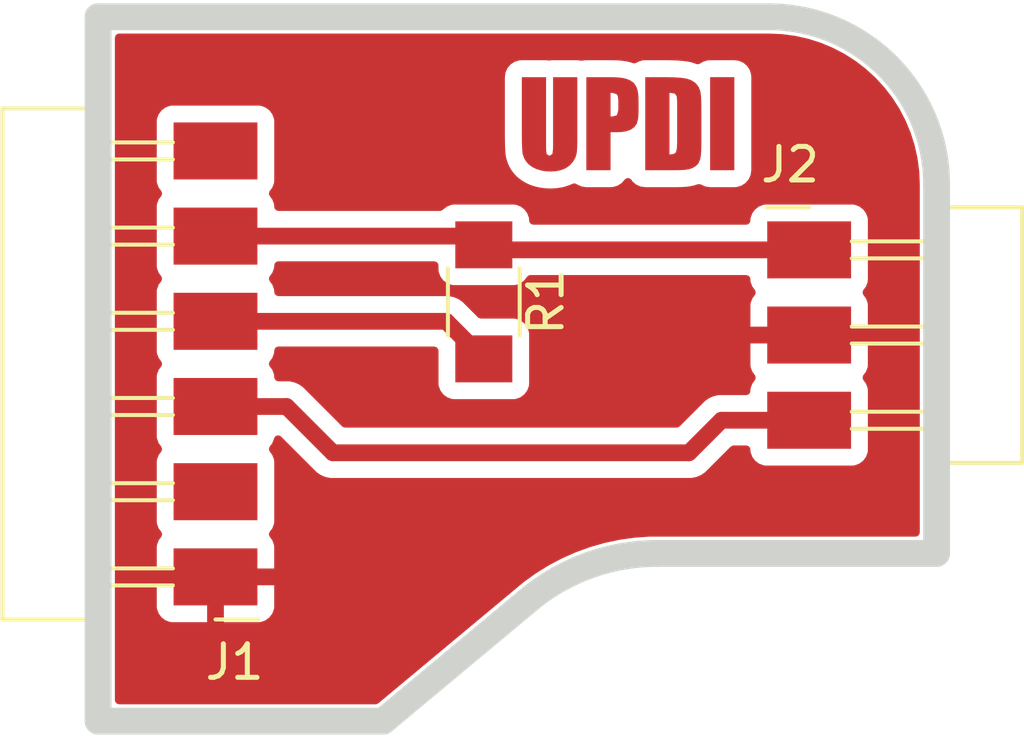
<source format=kicad_pcb>
(kicad_pcb (version 20240108) (generator "pcbnew") (generator_version "8.0")
  (layers (0 "F.Cu" signal) (31 "B.Cu" signal) (34 "B.Paste" user) (35 "F.Paste" user) (36 "B.SilkS" user "B.Silkscreen") (37 "F.SilkS" user "F.Silkscreen") (38 "B.Mask" user) (39 "F.Mask" user) (44 "Edge.Cuts" user))
  (net 0 "")
  (net 1 "GND")
  (net 2 "no2")
  (net 3 "+5V")
  (net 4 "no1")
  (net 5 "Net-(J1-Pin_5)")
  (net 6 "Net-(J1-Pin_4)")
  (footprint "fab:PinHeader_1x06_P2.54mm_Horizontal_SMD" (layer "F.Cu") (at 124.5 160.7 180)
    (property "Reference" "J1" (at -1.524 -2.54 180) (layer "F.SilkS") (effects (justify right)))
    (property "Value" "Conn_PinHeader_1x06_P2.54mm_Horizontal_SMD" (hide yes))
    (fp_line (start 6.35 13.97) (end 3.81 13.97) (stroke (width 0.12)) (layer "F.SilkS"))
    (fp_line (start 6.35 -1.27) (end 6.35 13.97) (stroke (width 0.12)) (layer "F.SilkS"))
    (fp_line (start 3.81 13.97) (end 3.81 -1.27) (stroke (width 0.12)) (layer "F.SilkS"))
    (fp_line (start 3.81 12.954) (end 1.27 12.954) (stroke (width 0.12)) (layer "F.SilkS"))
    (fp_line (start 3.81 12.446) (end 1.27 12.446) (stroke (width 0.12)) (layer "F.SilkS"))
    (fp_line (start 3.81 10.414) (end 1.27 10.414) (stroke (width 0.12)) (layer "F.SilkS"))
    (fp_line (start 3.81 9.906) (end 1.27 9.906) (stroke (width 0.12)) (layer "F.SilkS"))
    (fp_line (start 3.81 7.874) (end 1.27 7.874) (stroke (width 0.12)) (layer "F.SilkS"))
    (fp_line (start 3.81 7.366) (end 1.27 7.366) (stroke (width 0.12)) (layer "F.SilkS"))
    (fp_line (start 3.81 5.334) (end 1.27 5.334) (stroke (width 0.12)) (layer "F.SilkS"))
    (fp_line (start 3.81 4.826) (end 1.27 4.826) (stroke (width 0.12)) (layer "F.SilkS"))
    (fp_line (start 3.81 2.794) (end 1.27 2.794) (stroke (width 0.12)) (layer "F.SilkS"))
    (fp_line (start 3.81 2.286) (end 1.27 2.286) (stroke (width 0.12)) (layer "F.SilkS"))
    (fp_line (start 3.81 0.254) (end 1.27 0.254) (stroke (width 0.12)) (layer "F.SilkS"))
    (fp_line (start 3.81 -0.254) (end 1.27 -0.254) (stroke (width 0.12)) (layer "F.SilkS"))
    (fp_line (start 3.81 -1.27) (end 6.35 -1.27) (stroke (width 0.12)) (layer "F.SilkS"))
    (fp_line (start -1.27 -1.27) (end 0 -1.27) (stroke (width 0.12)) (layer "F.SilkS"))
    (pad "1" smd rect (at 0 0 180) (size 2.5 1.7) (layers "F.Cu" "F.Paste" "F.Mask") (net 1 "GND"))
    (pad "2" smd rect (at 0 2.54 180) (size 2.5 1.7) (layers "F.Cu" "F.Paste" "F.Mask") (net 2 "no2"))
    (pad "3" smd rect (at 0 5.08 180) (size 2.5 1.7) (layers "F.Cu" "F.Paste" "F.Mask") (net 3 "+5V"))
    (pad "4" smd rect (at 0 7.62 180) (size 2.5 1.7) (layers "F.Cu" "F.Paste" "F.Mask") (net 6 "Net-(J1-Pin_4)"))
    (pad "5" smd rect (at 0 10.16 180) (size 2.5 1.7) (layers "F.Cu" "F.Paste" "F.Mask") (net 5 "Net-(J1-Pin_5)"))
    (pad "6" smd rect (at 0 12.7 180) (size 2.5 1.7) (layers "F.Cu" "F.Paste" "F.Mask") (net 4 "no1"))
  )
  (footprint "fab:PinHeader_1x03_P2.54mm_Horizontal_SMD" (layer "F.Cu") (at 142.2 150.95)
    (property "Reference" "J2" (at -1.524 -2.54 180) (layer "F.SilkS") (effects (justify left)))
    (property "Value" "Conn_PinHeader_1x03_P2.54mm_Horizontal_SMD" (hide yes))
    (fp_line (start -1.27 -1.27) (end 0 -1.27) (stroke (width 0.12)) (layer "F.SilkS"))
    (fp_line (start 3.81 -1.27) (end 6.35 -1.27) (stroke (width 0.12)) (layer "F.SilkS"))
    (fp_line (start 3.81 -0.254) (end 1.27 -0.254) (stroke (width 0.12)) (layer "F.SilkS"))
    (fp_line (start 3.81 0.254) (end 1.27 0.254) (stroke (width 0.12)) (layer "F.SilkS"))
    (fp_line (start 3.81 2.286) (end 1.27 2.286) (stroke (width 0.12)) (layer "F.SilkS"))
    (fp_line (start 3.81 2.794) (end 1.27 2.794) (stroke (width 0.12)) (layer "F.SilkS"))
    (fp_line (start 3.81 4.826) (end 1.27 4.826) (stroke (width 0.12)) (layer "F.SilkS"))
    (fp_line (start 3.81 5.334) (end 1.27 5.334) (stroke (width 0.12)) (layer "F.SilkS"))
    (fp_line (start 3.81 6.35) (end 3.81 -1.27) (stroke (width 0.12)) (layer "F.SilkS"))
    (fp_line (start 6.35 -1.27) (end 6.35 6.35) (stroke (width 0.12)) (layer "F.SilkS"))
    (fp_line (start 6.35 6.35) (end 3.81 6.35) (stroke (width 0.12)) (layer "F.SilkS"))
    (pad "1" smd rect (at 0 0) (size 2.5 1.7) (layers "F.Cu" "F.Paste" "F.Mask") (net 5 "Net-(J1-Pin_5)"))
    (pad "2" smd rect (at 0 2.54) (size 2.5 1.7) (layers "F.Cu" "F.Paste" "F.Mask") (net 1 "GND"))
    (pad "3" smd rect (at 0 5.08) (size 2.5 1.7) (layers "F.Cu" "F.Paste" "F.Mask") (net 3 "+5V"))
  )
  (footprint "fab:R_1206" (layer "F.Cu") (at 132.5 152.5 -90)
    (property "Reference" "R1" (at 0 -1.85 90) (layer "F.SilkS"))
    (property "Value" "R 4.7K")
    (fp_line (start 1 1.07) (end -1 1.07) (stroke (width 0.12)) (layer "F.SilkS"))
    (fp_line (start -1 -1.07) (end 1 -1.07) (stroke (width 0.12)) (layer "F.SilkS"))
    (pad "1" smd rect (at -1.7 0 270) (size 1.4 1.7) (layers "F.Cu" "F.Paste" "F.Mask") (net 5 "Net-(J1-Pin_5)"))
    (pad "2" smd rect (at 1.7 0 270) (size 1.4 1.7) (layers "F.Cu" "F.Paste" "F.Mask") (net 6 "Net-(J1-Pin_4)"))
  )
  (gr_poly (pts (xy 134.356681 147.864863) (xy 134.359906 147.989753) (xy 134.376221 148.095062) (xy 134.45621 148.145132) (xy 134.544748 148.090177) (xy 134.562065 147.962045) (xy 134.564898 147.828838) (xy 134.564898 145.800401) (xy 135.287857 145.800401) (xy 135.287857 147.641992) (xy 135.286864 147.770123) (xy 135.283295 147.894735) (xy 135.275186 148.017763) (xy 135.267096 148.08224) (xy 135.229923 148.202784) (xy 135.169056 148.309643) (xy 135.144975 148.342969) (xy 135.060225 148.433787) (xy 134.957099 148.506573) (xy 134.87814 148.54508) (xy 134.757305 148.584363) (xy 134.635184 148.605925) (xy 134.501375 148.614011) (xy 134.487351 148.614078) (xy 134.351854 148.607606) (xy 134.22563 148.58819) (xy 134.096257 148.551434) (xy 134.047714 148.532257) (xy 133.938008 148.476348) (xy 133.838956 148.403829) (xy 133.762561 148.319766) (xy 133.698461 148.210782) (xy 133.658056 148.088232) (xy 133.650819 148.043161) (xy 133.641803 147.920705) (xy 133.637479 147.797804) (xy 133.635075 147.668088) (xy 133.63399 147.542806) (xy 133.633722 147.431332) (xy 133.633722 145.800401) (xy 134.356681 145.800401)) (fill solid) (layer "F.Cu"))
  (gr_poly (pts (xy 139.969993 148.575) (xy 139.247034 148.575) (xy 139.247034 145.800401) (xy 139.969993 145.800401)) (fill solid) (layer "F.Cu"))
  (gr_poly (pts (xy 137.979299 145.801154) (xy 138.121468 145.804216) (xy 138.24706 145.809634) (xy 138.375888 145.819244) (xy 138.510527 145.837333) (xy 138.561933 145.848639) (xy 138.678248 145.888742) (xy 138.788735 145.955113) (xy 138.842201 146.006175) (xy 138.91271 146.10672) (xy 138.957387 146.225342) (xy 138.962491 146.250418) (xy 138.976396 146.373509) (xy 138.982884 146.501641) (xy 138.986056 146.640429) (xy 138.986915 146.779204) (xy 138.986915 147.75068) (xy 138.98567 147.882099) (xy 138.98107 148.01339) (xy 138.970176 148.147331) (xy 138.9515 148.250157) (xy 138.899527 148.368466) (xy 138.828768 148.447383) (xy 138.724275 148.510749) (xy 138.612613 148.546912) (xy 138.486366 148.565097) (xy 138.359904 148.572778) (xy 138.224267 148.575) (xy 137.31263 148.575) (xy 137.31263 146.269347) (xy 138.035589 146.269347) (xy 138.035589 148.106053) (xy 138.161832 148.09033) (xy 138.22793 148.043161) (xy 138.25604 147.91516) (xy 138.263077 147.782711) (xy 138.263956 147.70061) (xy 138.263956 146.616172) (xy 138.262239 146.492982) (xy 138.251744 146.37315) (xy 138.196789 146.294382) (xy 138.070759 146.269958) (xy 138.035589 146.269347) (xy 137.31263 146.269347) (xy 137.31263 145.800401) (xy 137.853628 145.800401)) (fill solid) (layer "F.Cu"))
  (gr_poly (pts (xy 136.407492 145.802592) (xy 136.53155 145.810463) (xy 136.662687 145.828352) (xy 136.73866 145.846196) (xy 136.854945 145.890157) (xy 136.96182 145.9628) (xy 136.977407 145.978698) (xy 137.047748 146.081163) (xy 137.085484 146.188747) (xy 137.104066 146.310738) (xy 137.111913 146.434887) (xy 137.114183 146.569155) (xy 137.114183 146.808513) (xy 137.110748 146.931207) (xy 137.096795 147.059566) (xy 137.062609 147.18489) (xy 137.059228 147.192585) (xy 136.987449 147.293147) (xy 136.883899 147.364975) (xy 136.857117 147.377599) (xy 136.7345 147.416668) (xy 136.612903 147.435452) (xy 136.488375 147.44165) (xy 136.473656 147.441713) (xy 136.279483 147.441713) (xy 136.279483 148.575) (xy 135.556524 148.575) (xy 135.556524 146.269347) (xy 136.279483 146.269347) (xy 136.279483 146.970935) (xy 136.332606 146.972766) (xy 136.454031 146.940922) (xy 136.470603 146.924528) (xy 136.506591 146.800368) (xy 136.509682 146.722418) (xy 136.509682 146.495882) (xy 136.497102 146.373457) (xy 136.465108 146.31209) (xy 136.343978 146.272018) (xy 136.279483 146.269347) (xy 135.556524 146.269347) (xy 135.556524 145.800401) (xy 136.284979 145.800401)) (fill solid) (layer "F.Cu"))
  (gr_line (start 146 160) (end 146 149) (stroke (width 0.8)) (layer "Edge.Cuts"))
  (gr_line (start 129.5 165) (end 133.831193 161.390672) (stroke (width 0.8)) (layer "Edge.Cuts"))
  (gr_line (start 121 144) (end 121 165) (stroke (width 0.8)) (layer "Edge.Cuts"))
  (gr_line (start 137.6723 160) (end 146 160) (stroke (width 0.8)) (layer "Edge.Cuts"))
  (gr_line (start 141 144) (end 121 144) (stroke (width 0.8)) (layer "Edge.Cuts"))
  (gr_arc (start 133.831193 161.390672) (mid 135.629748 160.35837) (end 137.6723 160) (stroke (width 0.8)) (layer "Edge.Cuts"))
  (gr_line (start 121 165) (end 129.5 165) (stroke (width 0.8)) (layer "Edge.Cuts"))
  (gr_arc (start 141 144) (mid 144.535534 145.464466) (end 146 149) (stroke (width 0.8)) (layer "Edge.Cuts"))
  (segment (start 126.62 155.62) (end 128 157) (width 0.5) (layer "F.Cu") (net 3))
  (segment (start 139.585 156.03) (end 142.2 156.03) (width 0.5) (layer "F.Cu") (net 3))
  (segment (start 138.615 157) (end 139.585 156.03) (width 0.5) (layer "F.Cu") (net 3))
  (segment (start 128 157) (end 138.615 157) (width 0.5) (layer "F.Cu") (net 3))
  (segment (start 124.5 155.62) (end 126.62 155.62) (width 0.5) (layer "F.Cu") (net 3))
  (segment (start 142.2 150.95) (end 132.65 150.95) (width 0.5) (layer "F.Cu") (net 5))
  (segment (start 132.24 150.54) (end 132.5 150.8) (width 0.5) (layer "F.Cu") (net 5))
  (segment (start 132.65 150.95) (end 132.5 150.8) (width 0.5) (layer "F.Cu") (net 5))
  (segment (start 124.5 150.54) (end 132.24 150.54) (width 0.5) (layer "F.Cu") (net 5))
  (segment (start 124.5 153.08) (end 131.38 153.08) (width 0.5) (layer "F.Cu") (net 6))
  (segment (start 131.38 153.08) (end 132.5 154.2) (width 0.5) (layer "F.Cu") (net 6))
  (zone (net 1) (net_name "GND") (layer "F.Cu") (connect_pads (clearance 0.5)) (min_thickness 0.25) (fill yes (thermal_gap 0.5) (thermal_bridge_width 0.5))
    (polygon (pts (xy 146.5 158.5) (xy 146.5 165) (xy 120.5 165.5) (xy 120.5 143.5) (xy 146.5 143.5)))
  )
)
</source>
